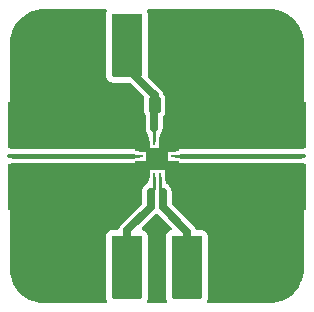
<source format=gbr>
%TF.GenerationSoftware,KiCad,Pcbnew,8.0.0*%
%TF.CreationDate,2024-07-26T18:05:43-04:00*%
%TF.ProjectId,X-Band Amplifier HMC441,582d4261-6e64-4204-916d-706c69666965,v1.1*%
%TF.SameCoordinates,Original*%
%TF.FileFunction,Copper,L1,Top*%
%TF.FilePolarity,Positive*%
%FSLAX46Y46*%
G04 Gerber Fmt 4.6, Leading zero omitted, Abs format (unit mm)*
G04 Created by KiCad (PCBNEW 8.0.0) date 2024-07-26 18:05:43*
%MOMM*%
%LPD*%
G01*
G04 APERTURE LIST*
G04 Aperture macros list*
%AMRoundRect*
0 Rectangle with rounded corners*
0 $1 Rounding radius*
0 $2 $3 $4 $5 $6 $7 $8 $9 X,Y pos of 4 corners*
0 Add a 4 corners polygon primitive as box body*
4,1,4,$2,$3,$4,$5,$6,$7,$8,$9,$2,$3,0*
0 Add four circle primitives for the rounded corners*
1,1,$1+$1,$2,$3*
1,1,$1+$1,$4,$5*
1,1,$1+$1,$6,$7*
1,1,$1+$1,$8,$9*
0 Add four rect primitives between the rounded corners*
20,1,$1+$1,$2,$3,$4,$5,0*
20,1,$1+$1,$4,$5,$6,$7,0*
20,1,$1+$1,$6,$7,$8,$9,0*
20,1,$1+$1,$8,$9,$2,$3,0*%
G04 Aperture macros list end*
%TA.AperFunction,SMDPad,CuDef*%
%ADD10RoundRect,0.250000X-0.250000X-0.475000X0.250000X-0.475000X0.250000X0.475000X-0.250000X0.475000X0*%
%TD*%
%TA.AperFunction,SMDPad,CuDef*%
%ADD11R,0.711200X0.254000*%
%TD*%
%TA.AperFunction,SMDPad,CuDef*%
%ADD12R,0.254000X0.711200*%
%TD*%
%TA.AperFunction,ComponentPad*%
%ADD13C,0.508000*%
%TD*%
%TA.AperFunction,SMDPad,CuDef*%
%ADD14R,1.955800X1.955800*%
%TD*%
%TA.AperFunction,SMDPad,CuDef*%
%ADD15RoundRect,0.140000X-0.140000X-0.170000X0.140000X-0.170000X0.140000X0.170000X-0.140000X0.170000X0*%
%TD*%
%TA.AperFunction,SMDPad,CuDef*%
%ADD16RoundRect,0.087500X0.412500X-0.087500X0.412500X0.087500X-0.412500X0.087500X-0.412500X-0.087500X0*%
%TD*%
%TA.AperFunction,SMDPad,CuDef*%
%ADD17R,5.500000X4.000000*%
%TD*%
%TA.AperFunction,SMDPad,CuDef*%
%ADD18RoundRect,0.087500X-0.412500X0.087500X-0.412500X-0.087500X0.412500X-0.087500X0.412500X0.087500X0*%
%TD*%
%TA.AperFunction,ComponentPad*%
%ADD19C,5.562600*%
%TD*%
%TA.AperFunction,SMDPad,CuDef*%
%ADD20RoundRect,0.140000X0.140000X0.170000X-0.140000X0.170000X-0.140000X-0.170000X0.140000X-0.170000X0*%
%TD*%
%TA.AperFunction,ViaPad*%
%ADD21C,0.600000*%
%TD*%
%TA.AperFunction,Conductor*%
%ADD22C,0.635000*%
%TD*%
%TA.AperFunction,Conductor*%
%ADD23C,0.250000*%
%TD*%
%TA.AperFunction,Conductor*%
%ADD24C,0.400000*%
%TD*%
G04 APERTURE END LIST*
D10*
%TO.P,C1,1*%
%TO.N,GND*%
X137607000Y-59182000D03*
%TO.P,C1,2*%
%TO.N,VD*%
X139507000Y-59182000D03*
%TD*%
D11*
%TO.P,U1,1,GND*%
%TO.N,GND*%
X138201400Y-63003999D03*
%TO.P,U1,2,RFIN*%
%TO.N,Net-(J1-In)*%
X138201400Y-63504000D03*
%TO.P,U1,3,GND*%
%TO.N,GND*%
X138201400Y-64004000D03*
%TO.P,U1,4,GND*%
X138201400Y-64504001D03*
D12*
%TO.P,U1,5,GND*%
X138949999Y-65252600D03*
%TO.P,U1,6,VGG1*%
%TO.N,VGG1*%
X139450000Y-65252600D03*
%TO.P,U1,7,VGG2*%
%TO.N,VGG2*%
X139950000Y-65252600D03*
%TO.P,U1,8,GND*%
%TO.N,GND*%
X140450001Y-65252600D03*
D11*
%TO.P,U1,9,GND*%
X141198600Y-64504001D03*
%TO.P,U1,10,GND*%
X141198600Y-64004000D03*
%TO.P,U1,11,RFOUT*%
%TO.N,Net-(J2-In)*%
X141198600Y-63504000D03*
%TO.P,U1,12,GND*%
%TO.N,GND*%
X141198600Y-63003999D03*
D12*
%TO.P,U1,13,GND*%
X140450001Y-62255400D03*
%TO.P,U1,14,GND*%
X139950000Y-62255400D03*
%TO.P,U1,15,VDD*%
%TO.N,VD*%
X139450000Y-62255400D03*
%TO.P,U1,16,GND*%
%TO.N,GND*%
X138949999Y-62255400D03*
D13*
%TO.P,U1,17,GND*%
X139065000Y-63119000D03*
X139065000Y-63754000D03*
X139065000Y-64389000D03*
X139700000Y-63119000D03*
X139700000Y-63754000D03*
D14*
X139700000Y-63754000D03*
D13*
X139700000Y-64389000D03*
X140335000Y-63119000D03*
X140335000Y-63754000D03*
X140335000Y-64389000D03*
%TD*%
D15*
%TO.P,C4,1*%
%TO.N,VGG2*%
X140236000Y-66548000D03*
%TO.P,C4,2*%
%TO.N,GND*%
X141196000Y-66548000D03*
%TD*%
%TO.P,C3,1*%
%TO.N,GND*%
X138204000Y-66548000D03*
%TO.P,C3,2*%
%TO.N,VGG1*%
X139164000Y-66548000D03*
%TD*%
D16*
%TO.P,J2,1,In*%
%TO.N,Net-(J2-In)*%
X151850000Y-63500000D03*
D17*
%TO.P,J2,2,Ext*%
%TO.N,GND*%
X149600000Y-66135000D03*
X149600000Y-60865000D03*
%TD*%
D18*
%TO.P,J1,1,In*%
%TO.N,Net-(J1-In)*%
X127550000Y-63500000D03*
D17*
%TO.P,J1,2,Ext*%
%TO.N,GND*%
X129800000Y-60865000D03*
X129800000Y-66135000D03*
%TD*%
D19*
%TO.P,H2,1,1*%
%TO.N,GND*%
X149225000Y-53975000D03*
%TD*%
%TO.P,H3,1,1*%
%TO.N,GND*%
X130175000Y-73025000D03*
%TD*%
D20*
%TO.P,C2,1*%
%TO.N,GND*%
X140434000Y-61087000D03*
%TO.P,C2,2*%
%TO.N,VD*%
X139474000Y-61087000D03*
%TD*%
D19*
%TO.P,H4,1,1*%
%TO.N,GND*%
X149225000Y-73025000D03*
%TD*%
%TO.P,H1,1,1*%
%TO.N,GND*%
X130175000Y-53975000D03*
%TD*%
D21*
%TO.N,GND*%
X134366000Y-73660000D03*
X138303000Y-60960000D03*
X139700000Y-69342000D03*
X142113000Y-64516000D03*
X137160000Y-64516000D03*
X137287000Y-62230000D03*
X141986000Y-62230000D03*
X141859000Y-65405000D03*
X137414000Y-65278000D03*
X138303000Y-62357000D03*
X141097000Y-62357000D03*
X141097000Y-65151000D03*
X138303000Y-65151000D03*
X134112000Y-52197000D03*
X134112000Y-54102000D03*
X134112000Y-56134000D03*
X140843000Y-60198000D03*
X141224000Y-61087000D03*
X140462000Y-52324000D03*
X148082000Y-62484000D03*
X140462000Y-56769000D03*
X132588000Y-62484000D03*
X143256000Y-61849000D03*
X133858000Y-62484000D03*
X131953000Y-64516000D03*
X132842000Y-61849000D03*
X130048000Y-64516000D03*
X147447000Y-62484000D03*
X148717000Y-62484000D03*
X133477000Y-61849000D03*
X146177000Y-64516000D03*
X148971000Y-61849000D03*
X148717000Y-64516000D03*
X136017000Y-61849000D03*
X140462000Y-52959000D03*
X137160000Y-66421000D03*
X149606000Y-65151000D03*
X134493000Y-62484000D03*
X144018000Y-56134000D03*
X149987000Y-64516000D03*
X142621000Y-61849000D03*
X132842000Y-65151000D03*
X144018000Y-51689000D03*
X134493000Y-58039000D03*
X135763000Y-62484000D03*
X143256000Y-60452000D03*
X147066000Y-61849000D03*
X149606000Y-61849000D03*
X144018000Y-54864000D03*
X135128000Y-62484000D03*
X145796000Y-65151000D03*
X143891000Y-65151000D03*
X150241000Y-65151000D03*
X148336000Y-69088000D03*
X149352000Y-62484000D03*
X144272000Y-62484000D03*
X133223000Y-62484000D03*
X140462000Y-51689000D03*
X140462000Y-54229000D03*
X132588000Y-64516000D03*
X148336000Y-61849000D03*
X131953000Y-62484000D03*
X140462000Y-55499000D03*
X143891000Y-61849000D03*
X144018000Y-55499000D03*
X150622000Y-62484000D03*
X128397000Y-61849000D03*
X135382000Y-61849000D03*
X146177000Y-57912000D03*
X144018000Y-54229000D03*
X135382000Y-65151000D03*
X127889000Y-57531000D03*
X129032000Y-65151000D03*
X150241000Y-61849000D03*
X134493000Y-59309000D03*
X133350000Y-66802000D03*
X132207000Y-65151000D03*
X145542000Y-64516000D03*
X146812000Y-62484000D03*
X145161000Y-65151000D03*
X136652000Y-65151000D03*
X135128000Y-64516000D03*
X144526000Y-59436000D03*
X133350000Y-69977000D03*
X143002000Y-64516000D03*
X151511000Y-61849000D03*
X142621000Y-65913000D03*
X145161000Y-61849000D03*
X136398000Y-62484000D03*
X150876000Y-61849000D03*
X133985000Y-68326000D03*
X145542000Y-75311000D03*
X146050000Y-59690000D03*
X129032000Y-61849000D03*
X148971000Y-65151000D03*
X127508000Y-64516000D03*
X139700000Y-73914000D03*
X151257000Y-62484000D03*
X143002000Y-62484000D03*
X147701000Y-65151000D03*
X145161000Y-73660000D03*
X128143000Y-62484000D03*
X130937000Y-61849000D03*
X144526000Y-61849000D03*
X129667000Y-61849000D03*
X134493000Y-64516000D03*
X139700000Y-72009000D03*
X140462000Y-56134000D03*
X133604000Y-60452000D03*
X127762000Y-61849000D03*
X136017000Y-65151000D03*
X128778000Y-64516000D03*
X142621000Y-59055000D03*
X129667000Y-65151000D03*
X131318000Y-62484000D03*
X148336000Y-65151000D03*
X128143000Y-64516000D03*
X144018000Y-53594000D03*
X151130000Y-69215000D03*
X145034000Y-60579000D03*
X131318000Y-64516000D03*
X135128000Y-66802000D03*
X147066000Y-65151000D03*
X133223000Y-64516000D03*
X144018000Y-56769000D03*
X149352000Y-64516000D03*
X145542000Y-62484000D03*
X147447000Y-64516000D03*
X130302000Y-65151000D03*
X151892000Y-64516000D03*
X143637000Y-64516000D03*
X128397000Y-65151000D03*
X142240000Y-66421000D03*
X144018000Y-52959000D03*
X150622000Y-64516000D03*
X140462000Y-53594000D03*
X127508000Y-62484000D03*
X130683000Y-62484000D03*
X131572000Y-65151000D03*
X127762000Y-65151000D03*
X150622000Y-57785000D03*
X144907000Y-62484000D03*
X136398000Y-64516000D03*
X132588000Y-57658000D03*
X134112000Y-61849000D03*
X144272000Y-64516000D03*
X128778000Y-62484000D03*
X149987000Y-62484000D03*
X145415000Y-71501000D03*
X151257000Y-64516000D03*
X143256000Y-65151000D03*
X150876000Y-65151000D03*
X130810000Y-68961000D03*
X136779000Y-65786000D03*
X130683000Y-64516000D03*
X146177000Y-62484000D03*
X135712200Y-57683400D03*
X151892000Y-62484000D03*
X143637000Y-62484000D03*
X130048000Y-62484000D03*
X129413000Y-64516000D03*
X136220200Y-58293000D03*
X140462000Y-54864000D03*
X144526000Y-65151000D03*
X129413000Y-62484000D03*
X134493000Y-75311000D03*
X134112000Y-71882000D03*
X130937000Y-65151000D03*
X147828000Y-57785000D03*
X135763000Y-64516000D03*
X133477000Y-65151000D03*
X134112000Y-65151000D03*
X147701000Y-61849000D03*
X145923000Y-67056000D03*
X131572000Y-61849000D03*
X142621000Y-65151000D03*
X133858000Y-64516000D03*
X144018000Y-52324000D03*
X136652000Y-61849000D03*
X135382000Y-60452000D03*
X144145000Y-66802000D03*
X146431000Y-65151000D03*
X144272000Y-58039000D03*
X145796000Y-61849000D03*
X134747000Y-65151000D03*
X148082000Y-64516000D03*
X137414000Y-60579000D03*
X144907000Y-64516000D03*
X132207000Y-61849000D03*
X128270000Y-69215000D03*
X146812000Y-64516000D03*
X130175000Y-57531000D03*
X130302000Y-61849000D03*
X146431000Y-61849000D03*
X151511000Y-65151000D03*
X136220200Y-59309000D03*
X134747000Y-61849000D03*
%TD*%
D22*
%TO.N,VGG1*%
X137210800Y-69773800D02*
X137210800Y-70815200D01*
X139164000Y-67820600D02*
X137210800Y-69773800D01*
X139164000Y-66548000D02*
X139164000Y-67820600D01*
%TO.N,VGG2*%
X140236000Y-67846000D02*
X142290800Y-69900800D01*
X142290800Y-69900800D02*
X142290800Y-70612000D01*
X140236000Y-66548000D02*
X140236000Y-67846000D01*
D23*
%TO.N,GND*%
X138949999Y-64504001D02*
X139065000Y-64389000D01*
X138949999Y-65252600D02*
X138949999Y-64504001D01*
X140450001Y-65252600D02*
X140450001Y-64504001D01*
X140450001Y-64504001D02*
X140335000Y-64389000D01*
X141198600Y-64004000D02*
X140585000Y-64004000D01*
X140585000Y-64004000D02*
X140335000Y-63754000D01*
X140450001Y-63003999D02*
X140335000Y-63119000D01*
X141198600Y-63003999D02*
X140450001Y-63003999D01*
X138949999Y-63003999D02*
X139700000Y-63754000D01*
X138949999Y-62255400D02*
X138949999Y-63003999D01*
X139950000Y-62869000D02*
X139700000Y-63119000D01*
X139950000Y-62255400D02*
X139950000Y-62869000D01*
X138949999Y-63003999D02*
X139065000Y-63119000D01*
X138201400Y-63003999D02*
X138949999Y-63003999D01*
X138815000Y-64004000D02*
X139065000Y-63754000D01*
X138201400Y-64004000D02*
X138815000Y-64004000D01*
%TO.N,VGG2*%
X139950000Y-66262000D02*
X140236000Y-66548000D01*
X139950000Y-65252600D02*
X139950000Y-66262000D01*
%TO.N,VGG1*%
X139450000Y-66262000D02*
X139164000Y-66548000D01*
X139450000Y-65252600D02*
X139450000Y-66262000D01*
D22*
%TO.N,VD*%
X139192000Y-58039000D02*
X137414000Y-56261000D01*
X139507000Y-59182000D02*
X139507000Y-58354000D01*
X139507000Y-58354000D02*
X139192000Y-58039000D01*
X139474000Y-59215000D02*
X139507000Y-59182000D01*
X139474000Y-61087000D02*
X139474000Y-59215000D01*
D23*
X139450000Y-61111000D02*
X139474000Y-61087000D01*
X139450000Y-62255400D02*
X139450000Y-61111000D01*
%TO.N,Net-(J2-In)*%
X141202600Y-63500000D02*
X141198600Y-63504000D01*
X141732000Y-63500000D02*
X141202600Y-63500000D01*
D24*
X151850000Y-63500000D02*
X141732000Y-63500000D01*
D23*
%TO.N,Net-(J1-In)*%
X138197400Y-63500000D02*
X138201400Y-63504000D01*
D24*
X127550000Y-63500000D02*
X137668000Y-63500000D01*
D23*
X137668000Y-63500000D02*
X138197400Y-63500000D01*
%TD*%
%TA.AperFunction,Conductor*%
%TO.N,GND*%
G36*
X135422760Y-51074502D02*
G01*
X135469253Y-51128158D01*
X135479357Y-51198432D01*
X135469252Y-51232844D01*
X135416986Y-51347284D01*
X135397302Y-51414320D01*
X135397301Y-51414324D01*
X135397301Y-51414326D01*
X135397300Y-51414330D01*
X135376502Y-51558992D01*
X135376500Y-51559003D01*
X135376500Y-56645007D01*
X135388237Y-56754164D01*
X135399441Y-56805667D01*
X135434109Y-56909825D01*
X135513130Y-57032784D01*
X135513131Y-57032786D01*
X135558880Y-57085582D01*
X135558882Y-57085583D01*
X135558884Y-57085586D01*
X135669339Y-57181297D01*
X135748416Y-57217411D01*
X135802284Y-57242013D01*
X135802286Y-57242013D01*
X135802287Y-57242014D01*
X135869326Y-57261699D01*
X135869330Y-57261700D01*
X136014000Y-57282500D01*
X137367905Y-57282500D01*
X137436026Y-57302502D01*
X137457000Y-57319405D01*
X138586567Y-58448972D01*
X138620593Y-58511284D01*
X138618470Y-58573217D01*
X138609402Y-58604432D01*
X138609401Y-58604433D01*
X138606500Y-58641306D01*
X138606500Y-59722693D01*
X138609401Y-59759567D01*
X138609401Y-59759568D01*
X138655256Y-59917399D01*
X138696164Y-59986570D01*
X138738453Y-60058077D01*
X138756000Y-60122216D01*
X138756000Y-61157719D01*
X138783592Y-61296432D01*
X138783595Y-61296443D01*
X138790429Y-61312942D01*
X138799120Y-61346130D01*
X138803929Y-61386170D01*
X138803929Y-61386172D01*
X138858437Y-61524394D01*
X138898898Y-61577750D01*
X138924121Y-61644115D01*
X138924500Y-61653883D01*
X138924500Y-61845737D01*
X138922949Y-61865445D01*
X138922500Y-61868280D01*
X138922500Y-62642516D01*
X138937353Y-62736302D01*
X138994949Y-62849342D01*
X139084657Y-62939050D01*
X139123299Y-62958738D01*
X139197696Y-62996646D01*
X139291481Y-63011500D01*
X139608518Y-63011499D01*
X139702304Y-62996646D01*
X139815342Y-62939050D01*
X139905050Y-62849342D01*
X139962646Y-62736304D01*
X139977500Y-62642519D01*
X139977499Y-62230000D01*
X141097000Y-62230000D01*
X146558000Y-62230000D01*
X146558000Y-61341000D01*
X144018000Y-61341000D01*
X142290800Y-61341000D01*
X141097000Y-61722000D01*
X141097000Y-62230000D01*
X139977499Y-62230000D01*
X139977499Y-61868282D01*
X139977049Y-61865444D01*
X139975500Y-61845745D01*
X139975500Y-61717181D01*
X139995502Y-61649060D01*
X140001102Y-61641048D01*
X140089562Y-61524395D01*
X140144070Y-61386174D01*
X140148878Y-61346136D01*
X140157571Y-61312938D01*
X140164408Y-61296433D01*
X140192000Y-61157717D01*
X140192000Y-60194136D01*
X140212002Y-60126015D01*
X140228900Y-60105045D01*
X140275081Y-60058865D01*
X140358744Y-59917398D01*
X140404598Y-59759569D01*
X140407500Y-59722694D01*
X140407500Y-58641306D01*
X140404598Y-58604431D01*
X140358744Y-58446602D01*
X140275081Y-58305135D01*
X140275076Y-58305129D01*
X140245017Y-58275070D01*
X140210991Y-58212758D01*
X140210533Y-58210555D01*
X140197408Y-58144567D01*
X140197406Y-58144564D01*
X140197406Y-58144560D01*
X140145652Y-58019618D01*
X140143977Y-58014937D01*
X140064707Y-57896302D01*
X139649698Y-57481293D01*
X138971744Y-56803339D01*
X138937718Y-56741027D01*
X138936122Y-56696312D01*
X138943500Y-56645000D01*
X138943500Y-51559000D01*
X138931764Y-51449843D01*
X138920558Y-51398332D01*
X138885890Y-51294173D01*
X138856614Y-51248620D01*
X138836613Y-51180500D01*
X138856615Y-51112379D01*
X138910271Y-51065886D01*
X138962613Y-51054500D01*
X149180125Y-51054500D01*
X149221461Y-51054500D01*
X149228525Y-51054697D01*
X149544929Y-51072466D01*
X149558965Y-51074047D01*
X149867904Y-51126539D01*
X149881662Y-51129679D01*
X150182784Y-51216431D01*
X150196118Y-51221097D01*
X150485619Y-51341012D01*
X150498349Y-51347143D01*
X150772602Y-51498717D01*
X150784567Y-51506234D01*
X151040132Y-51687567D01*
X151051179Y-51696377D01*
X151284828Y-51905180D01*
X151294819Y-51915171D01*
X151503622Y-52148820D01*
X151512432Y-52159867D01*
X151693765Y-52415432D01*
X151701282Y-52427397D01*
X151852856Y-52701650D01*
X151858987Y-52714380D01*
X151978902Y-53003881D01*
X151983569Y-53017218D01*
X152070318Y-53318329D01*
X152073462Y-53332104D01*
X152125951Y-53641032D01*
X152127533Y-53655073D01*
X152145302Y-53971474D01*
X152145500Y-53978539D01*
X152145500Y-62793289D01*
X152125498Y-62861410D01*
X152071842Y-62907903D01*
X152001568Y-62918007D01*
X151986890Y-62914996D01*
X151929057Y-62899500D01*
X141652943Y-62899500D01*
X141500216Y-62940423D01*
X141500215Y-62940423D01*
X141500213Y-62940424D01*
X141470431Y-62957619D01*
X141407431Y-62974500D01*
X141279517Y-62974500D01*
X141279501Y-62974499D01*
X141271783Y-62974499D01*
X141133417Y-62974499D01*
X141133415Y-62974499D01*
X141126393Y-62975423D01*
X141109955Y-62976500D01*
X140811483Y-62976500D01*
X140717697Y-62991353D01*
X140604657Y-63048949D01*
X140514949Y-63138657D01*
X140457355Y-63251694D01*
X140457354Y-63251696D01*
X140448484Y-63307701D01*
X140442500Y-63345484D01*
X140442500Y-63662516D01*
X140457353Y-63756302D01*
X140514949Y-63869342D01*
X140604657Y-63959050D01*
X140643299Y-63978738D01*
X140717696Y-64016646D01*
X140811481Y-64031500D01*
X141417821Y-64031499D01*
X141480821Y-64048380D01*
X141500211Y-64059575D01*
X141500213Y-64059575D01*
X141500216Y-64059577D01*
X141652943Y-64100500D01*
X141652945Y-64100500D01*
X151929056Y-64100500D01*
X151929057Y-64100500D01*
X151986888Y-64085004D01*
X152057864Y-64086693D01*
X152116660Y-64126486D01*
X152144609Y-64191750D01*
X152145500Y-64206710D01*
X152145500Y-73021460D01*
X152145302Y-73028525D01*
X152127533Y-73344926D01*
X152125951Y-73358967D01*
X152073462Y-73667895D01*
X152070318Y-73681670D01*
X151983569Y-73982781D01*
X151978902Y-73996118D01*
X151858987Y-74285619D01*
X151852856Y-74298349D01*
X151701282Y-74572602D01*
X151693765Y-74584567D01*
X151512432Y-74840132D01*
X151503622Y-74851179D01*
X151294819Y-75084828D01*
X151284828Y-75094819D01*
X151051179Y-75303622D01*
X151040132Y-75312432D01*
X150784567Y-75493765D01*
X150772602Y-75501282D01*
X150498349Y-75652856D01*
X150485619Y-75658987D01*
X150196118Y-75778902D01*
X150182781Y-75783569D01*
X149881670Y-75870318D01*
X149867895Y-75873462D01*
X149558967Y-75925951D01*
X149544926Y-75927533D01*
X149228526Y-75945302D01*
X149221461Y-75945500D01*
X144045361Y-75945500D01*
X143977240Y-75925498D01*
X143930747Y-75871842D01*
X143920643Y-75801568D01*
X143930748Y-75767156D01*
X143983013Y-75652715D01*
X143983014Y-75652713D01*
X144002699Y-75585674D01*
X144002700Y-75585670D01*
X144023500Y-75441000D01*
X144023500Y-70355000D01*
X144011764Y-70245843D01*
X144000558Y-70194332D01*
X143965890Y-70090173D01*
X143886871Y-69967218D01*
X143886870Y-69967217D01*
X143886869Y-69967215D01*
X143886868Y-69967213D01*
X143841119Y-69914417D01*
X143824347Y-69899884D01*
X143730661Y-69818703D01*
X143597715Y-69757986D01*
X143530679Y-69738302D01*
X143530675Y-69738301D01*
X143530672Y-69738300D01*
X143530670Y-69738300D01*
X143386000Y-69717500D01*
X143385996Y-69717500D01*
X143076222Y-69717500D01*
X143008101Y-69697498D01*
X142961608Y-69643842D01*
X142959825Y-69639747D01*
X142958788Y-69637242D01*
X142927084Y-69560699D01*
X142848507Y-69443102D01*
X142848504Y-69443099D01*
X142848502Y-69443096D01*
X140990905Y-67585499D01*
X140956879Y-67523187D01*
X140954000Y-67496404D01*
X140954000Y-66477284D01*
X140953999Y-66477280D01*
X140926408Y-66338567D01*
X140919571Y-66322061D01*
X140910878Y-66288868D01*
X140906070Y-66248826D01*
X140851562Y-66110605D01*
X140761785Y-65992214D01*
X140683722Y-65933019D01*
X140643395Y-65902438D01*
X140643393Y-65902437D01*
X140643394Y-65902437D01*
X140555276Y-65867688D01*
X140499243Y-65824090D01*
X140475675Y-65757119D01*
X140475500Y-65750473D01*
X140475500Y-65662263D01*
X140477051Y-65642553D01*
X140477052Y-65642548D01*
X140477500Y-65639719D01*
X140477499Y-64865482D01*
X140462646Y-64771696D01*
X140433848Y-64715177D01*
X140405050Y-64658657D01*
X140315342Y-64568949D01*
X140239502Y-64530307D01*
X140202304Y-64511354D01*
X140108519Y-64496500D01*
X140108515Y-64496500D01*
X139791482Y-64496500D01*
X139719709Y-64507867D01*
X139680292Y-64507867D01*
X139623598Y-64498888D01*
X139608519Y-64496500D01*
X139608518Y-64496500D01*
X139291483Y-64496500D01*
X139197697Y-64511353D01*
X139084657Y-64568949D01*
X138994949Y-64658657D01*
X138937355Y-64771694D01*
X138937354Y-64771696D01*
X138922500Y-64865481D01*
X138922500Y-64865484D01*
X138922500Y-65639718D01*
X138922949Y-65642548D01*
X138924500Y-65662255D01*
X138924500Y-65750473D01*
X138904498Y-65818594D01*
X138850842Y-65865087D01*
X138844724Y-65867688D01*
X138756605Y-65902437D01*
X138638214Y-65992214D01*
X138548437Y-66110605D01*
X138493929Y-66248828D01*
X138489120Y-66288869D01*
X138480432Y-66322051D01*
X138473590Y-66338571D01*
X138446000Y-66477277D01*
X138446000Y-67471004D01*
X138425998Y-67539125D01*
X138409095Y-67560099D01*
X136653097Y-69316096D01*
X136653095Y-69316098D01*
X136574516Y-69433699D01*
X136542811Y-69510242D01*
X136521912Y-69560698D01*
X136520392Y-69564367D01*
X136510690Y-69613146D01*
X136510106Y-69616081D01*
X136477199Y-69678991D01*
X136415504Y-69714123D01*
X136386527Y-69717500D01*
X136013992Y-69717500D01*
X135920104Y-69727595D01*
X135904843Y-69729236D01*
X135904841Y-69729236D01*
X135904835Y-69729237D01*
X135853332Y-69740441D01*
X135749174Y-69775109D01*
X135626215Y-69854130D01*
X135626213Y-69854131D01*
X135573417Y-69899880D01*
X135477704Y-70010337D01*
X135477703Y-70010338D01*
X135416986Y-70143284D01*
X135397302Y-70210320D01*
X135397301Y-70210324D01*
X135397301Y-70210326D01*
X135397300Y-70210330D01*
X135376502Y-70354992D01*
X135376500Y-70355003D01*
X135376500Y-75441007D01*
X135388237Y-75550164D01*
X135399441Y-75601667D01*
X135434109Y-75705825D01*
X135463385Y-75751379D01*
X135483387Y-75819500D01*
X135463385Y-75887621D01*
X135409729Y-75934114D01*
X135357387Y-75945500D01*
X130178539Y-75945500D01*
X130171474Y-75945302D01*
X129855073Y-75927533D01*
X129841032Y-75925951D01*
X129532104Y-75873462D01*
X129518329Y-75870318D01*
X129217218Y-75783569D01*
X129203881Y-75778902D01*
X128914380Y-75658987D01*
X128901650Y-75652856D01*
X128627397Y-75501282D01*
X128615432Y-75493765D01*
X128359867Y-75312432D01*
X128348820Y-75303622D01*
X128115171Y-75094819D01*
X128105180Y-75084828D01*
X127896377Y-74851179D01*
X127887567Y-74840132D01*
X127706234Y-74584567D01*
X127698717Y-74572602D01*
X127547143Y-74298349D01*
X127541012Y-74285619D01*
X127421097Y-73996118D01*
X127416430Y-73982781D01*
X127329681Y-73681670D01*
X127326539Y-73667904D01*
X127274047Y-73358965D01*
X127272466Y-73344926D01*
X127254698Y-73028525D01*
X127254500Y-73021460D01*
X127254500Y-64206710D01*
X127274502Y-64138589D01*
X127328158Y-64092096D01*
X127398432Y-64081992D01*
X127413109Y-64085003D01*
X127470943Y-64100500D01*
X127470944Y-64100500D01*
X137747055Y-64100500D01*
X137747057Y-64100500D01*
X137899784Y-64059577D01*
X137919176Y-64048380D01*
X137982177Y-64031499D01*
X138588516Y-64031499D01*
X138588518Y-64031499D01*
X138682304Y-64016646D01*
X138795342Y-63959050D01*
X138885050Y-63869342D01*
X138942646Y-63756304D01*
X138957500Y-63662519D01*
X138957499Y-63345482D01*
X138942646Y-63251696D01*
X138904190Y-63176222D01*
X138885050Y-63138657D01*
X138795342Y-63048949D01*
X138719502Y-63010307D01*
X138682304Y-62991354D01*
X138588519Y-62976500D01*
X138588516Y-62976500D01*
X138290043Y-62976500D01*
X138273601Y-62975423D01*
X138266584Y-62974499D01*
X138266583Y-62974499D01*
X138128217Y-62974499D01*
X138120499Y-62974499D01*
X138120483Y-62974500D01*
X137992569Y-62974500D01*
X137929569Y-62957619D01*
X137899786Y-62940424D01*
X137899785Y-62940423D01*
X137899784Y-62940423D01*
X137747057Y-62899500D01*
X127470943Y-62899500D01*
X127470942Y-62899500D01*
X127413110Y-62914996D01*
X127342134Y-62913306D01*
X127283338Y-62873511D01*
X127255391Y-62808247D01*
X127254500Y-62793289D01*
X127254500Y-53978539D01*
X127254698Y-53971474D01*
X127272466Y-53655073D01*
X127274048Y-53641032D01*
X127302907Y-53471181D01*
X127326539Y-53332091D01*
X127329678Y-53318341D01*
X127416432Y-53017209D01*
X127421094Y-53003889D01*
X127541014Y-52714375D01*
X127547143Y-52701650D01*
X127698717Y-52427397D01*
X127706229Y-52415439D01*
X127887573Y-52159859D01*
X127896370Y-52148827D01*
X128105180Y-51915170D01*
X128115171Y-51905180D01*
X128348827Y-51696370D01*
X128359859Y-51687573D01*
X128615439Y-51506229D01*
X128627397Y-51498717D01*
X128901650Y-51347143D01*
X128914375Y-51341014D01*
X129203889Y-51221094D01*
X129217209Y-51216432D01*
X129518341Y-51129678D01*
X129532091Y-51126539D01*
X129841036Y-51074047D01*
X129855068Y-51072466D01*
X130171474Y-51054697D01*
X130178539Y-51054500D01*
X130219875Y-51054500D01*
X135354639Y-51054500D01*
X135422760Y-51074502D01*
G37*
%TD.AperFunction*%
%TA.AperFunction,Conductor*%
G36*
X139731333Y-68372839D02*
G01*
X139776395Y-68401800D01*
X140925429Y-69550834D01*
X140959455Y-69613146D01*
X140954390Y-69683961D01*
X140911843Y-69740797D01*
X140876128Y-69759480D01*
X140829176Y-69775108D01*
X140706215Y-69854130D01*
X140706213Y-69854131D01*
X140653417Y-69899880D01*
X140557704Y-70010337D01*
X140557703Y-70010338D01*
X140496986Y-70143284D01*
X140477302Y-70210320D01*
X140477301Y-70210324D01*
X140477301Y-70210326D01*
X140477300Y-70210330D01*
X140456502Y-70354992D01*
X140456500Y-70355003D01*
X140456500Y-75441007D01*
X140468237Y-75550164D01*
X140479441Y-75601667D01*
X140514109Y-75705825D01*
X140543385Y-75751379D01*
X140563387Y-75819500D01*
X140543385Y-75887621D01*
X140489729Y-75934114D01*
X140437387Y-75945500D01*
X138965361Y-75945500D01*
X138897240Y-75925498D01*
X138850747Y-75871842D01*
X138840643Y-75801568D01*
X138850748Y-75767156D01*
X138903013Y-75652715D01*
X138903014Y-75652713D01*
X138922699Y-75585674D01*
X138922700Y-75585670D01*
X138943500Y-75441000D01*
X138943500Y-70355000D01*
X138931764Y-70245843D01*
X138920558Y-70194332D01*
X138885890Y-70090173D01*
X138806871Y-69967218D01*
X138806870Y-69967217D01*
X138806869Y-69967215D01*
X138806868Y-69967213D01*
X138761119Y-69914417D01*
X138744347Y-69899884D01*
X138650661Y-69818703D01*
X138517715Y-69757986D01*
X138508346Y-69755235D01*
X138448623Y-69716847D01*
X138419134Y-69652264D01*
X138429243Y-69581990D01*
X138454755Y-69545249D01*
X139598205Y-68401800D01*
X139660517Y-68367774D01*
X139731333Y-68372839D01*
G37*
%TD.AperFunction*%
%TD*%
%TA.AperFunction,Conductor*%
%TO.N,VD*%
G36*
X138373039Y-51454685D02*
G01*
X138418794Y-51507489D01*
X138430000Y-51559000D01*
X138430000Y-56645000D01*
X138410315Y-56712039D01*
X138357511Y-56757794D01*
X138306000Y-56769000D01*
X136014000Y-56769000D01*
X135946961Y-56749315D01*
X135901206Y-56696511D01*
X135890000Y-56645000D01*
X135890000Y-51559000D01*
X135909685Y-51491961D01*
X135962489Y-51446206D01*
X136014000Y-51435000D01*
X138306000Y-51435000D01*
X138373039Y-51454685D01*
G37*
%TD.AperFunction*%
%TD*%
%TA.AperFunction,Conductor*%
%TO.N,GND*%
G36*
X146558000Y-62230000D02*
G01*
X141097000Y-62230000D01*
X141097000Y-61722000D01*
X142290800Y-61341000D01*
X144018000Y-61341000D01*
X146558000Y-61341000D01*
X146558000Y-62230000D01*
G37*
%TD.AperFunction*%
%TD*%
%TA.AperFunction,Conductor*%
%TO.N,VGG1*%
G36*
X138373039Y-70250685D02*
G01*
X138418794Y-70303489D01*
X138430000Y-70355000D01*
X138430000Y-75441000D01*
X138410315Y-75508039D01*
X138357511Y-75553794D01*
X138306000Y-75565000D01*
X136014000Y-75565000D01*
X135946961Y-75545315D01*
X135901206Y-75492511D01*
X135890000Y-75441000D01*
X135890000Y-70355000D01*
X135909685Y-70287961D01*
X135962489Y-70242206D01*
X136014000Y-70231000D01*
X138306000Y-70231000D01*
X138373039Y-70250685D01*
G37*
%TD.AperFunction*%
%TD*%
%TA.AperFunction,Conductor*%
%TO.N,VGG2*%
G36*
X143453039Y-70250685D02*
G01*
X143498794Y-70303489D01*
X143510000Y-70355000D01*
X143510000Y-75441000D01*
X143490315Y-75508039D01*
X143437511Y-75553794D01*
X143386000Y-75565000D01*
X141094000Y-75565000D01*
X141026961Y-75545315D01*
X140981206Y-75492511D01*
X140970000Y-75441000D01*
X140970000Y-70355000D01*
X140989685Y-70287961D01*
X141042489Y-70242206D01*
X141094000Y-70231000D01*
X143386000Y-70231000D01*
X143453039Y-70250685D01*
G37*
%TD.AperFunction*%
%TD*%
M02*

</source>
